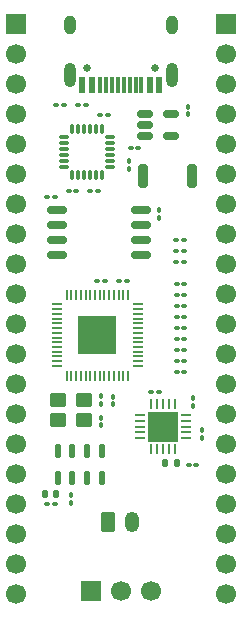
<source format=gbr>
%TF.GenerationSoftware,KiCad,Pcbnew,9.0.6*%
%TF.CreationDate,2026-01-01T23:14:18-05:00*%
%TF.ProjectId,rp2040 better,72703230-3430-4206-9265-747465722e6b,rev?*%
%TF.SameCoordinates,Original*%
%TF.FileFunction,Soldermask,Top*%
%TF.FilePolarity,Negative*%
%FSLAX46Y46*%
G04 Gerber Fmt 4.6, Leading zero omitted, Abs format (unit mm)*
G04 Created by KiCad (PCBNEW 9.0.6) date 2026-01-01 23:14:18*
%MOMM*%
%LPD*%
G01*
G04 APERTURE LIST*
G04 Aperture macros list*
%AMRoundRect*
0 Rectangle with rounded corners*
0 $1 Rounding radius*
0 $2 $3 $4 $5 $6 $7 $8 $9 X,Y pos of 4 corners*
0 Add a 4 corners polygon primitive as box body*
4,1,4,$2,$3,$4,$5,$6,$7,$8,$9,$2,$3,0*
0 Add four circle primitives for the rounded corners*
1,1,$1+$1,$2,$3*
1,1,$1+$1,$4,$5*
1,1,$1+$1,$6,$7*
1,1,$1+$1,$8,$9*
0 Add four rect primitives between the rounded corners*
20,1,$1+$1,$2,$3,$4,$5,0*
20,1,$1+$1,$4,$5,$6,$7,0*
20,1,$1+$1,$6,$7,$8,$9,0*
20,1,$1+$1,$8,$9,$2,$3,0*%
G04 Aperture macros list end*
%ADD10RoundRect,0.062500X-0.350000X-0.062500X0.350000X-0.062500X0.350000X0.062500X-0.350000X0.062500X0*%
%ADD11RoundRect,0.062500X-0.062500X-0.350000X0.062500X-0.350000X0.062500X0.350000X-0.062500X0.350000X0*%
%ADD12R,2.500000X2.500000*%
%ADD13RoundRect,0.140000X-0.140000X-0.170000X0.140000X-0.170000X0.140000X0.170000X-0.140000X0.170000X0*%
%ADD14RoundRect,0.100000X-0.130000X-0.100000X0.130000X-0.100000X0.130000X0.100000X-0.130000X0.100000X0*%
%ADD15RoundRect,0.100000X0.100000X-0.130000X0.100000X0.130000X-0.100000X0.130000X-0.100000X-0.130000X0*%
%ADD16RoundRect,0.100000X0.130000X0.100000X-0.130000X0.100000X-0.130000X-0.100000X0.130000X-0.100000X0*%
%ADD17RoundRect,0.100000X-0.100000X0.130000X-0.100000X-0.130000X0.100000X-0.130000X0.100000X0.130000X0*%
%ADD18O,1.000000X1.600000*%
%ADD19O,1.000000X2.100000*%
%ADD20R,0.600000X1.450000*%
%ADD21R,0.300000X1.450000*%
%ADD22C,0.650000*%
%ADD23R,3.200000X3.200000*%
%ADD24RoundRect,0.050000X-0.050000X-0.387500X0.050000X-0.387500X0.050000X0.387500X-0.050000X0.387500X0*%
%ADD25RoundRect,0.050000X-0.387500X-0.050000X0.387500X-0.050000X0.387500X0.050000X-0.387500X0.050000X0*%
%ADD26C,1.700000*%
%ADD27R,1.700000X1.700000*%
%ADD28O,1.200000X1.750000*%
%ADD29RoundRect,0.250000X-0.350000X-0.625000X0.350000X-0.625000X0.350000X0.625000X-0.350000X0.625000X0*%
%ADD30RoundRect,0.125000X0.125000X-0.475000X0.125000X0.475000X-0.125000X0.475000X-0.125000X-0.475000X0*%
%ADD31RoundRect,0.200000X0.200000X0.800000X-0.200000X0.800000X-0.200000X-0.800000X0.200000X-0.800000X0*%
%ADD32RoundRect,0.150000X-0.512500X-0.150000X0.512500X-0.150000X0.512500X0.150000X-0.512500X0.150000X0*%
%ADD33RoundRect,0.162500X-0.650000X-0.162500X0.650000X-0.162500X0.650000X0.162500X-0.650000X0.162500X0*%
%ADD34RoundRect,0.250000X0.450000X0.350000X-0.450000X0.350000X-0.450000X-0.350000X0.450000X-0.350000X0*%
%ADD35RoundRect,0.075000X0.075000X-0.350000X0.075000X0.350000X-0.075000X0.350000X-0.075000X-0.350000X0*%
%ADD36RoundRect,0.075000X-0.350000X-0.075000X0.350000X-0.075000X0.350000X0.075000X-0.350000X0.075000X0*%
G04 APERTURE END LIST*
D10*
%TO.C,U4*%
X202362500Y-88437500D03*
X202362500Y-88937500D03*
X202362500Y-89437500D03*
X202362500Y-89937500D03*
X202362500Y-90437500D03*
D11*
X203300000Y-91375000D03*
X203800000Y-91375000D03*
X204300000Y-91375000D03*
X204800000Y-91375000D03*
X205300000Y-91375000D03*
D10*
X206237500Y-90437500D03*
X206237500Y-89937500D03*
X206237500Y-89437500D03*
X206237500Y-88937500D03*
X206237500Y-88437500D03*
D11*
X205300000Y-87500000D03*
X204800000Y-87500000D03*
X204300000Y-87500000D03*
X203800000Y-87500000D03*
X203300000Y-87500000D03*
D12*
X204300000Y-89437500D03*
%TD*%
D13*
%TO.C,C22*%
X194330000Y-95130000D03*
X195290000Y-95130000D03*
%TD*%
%TO.C,C17*%
X204530000Y-92530000D03*
X205490000Y-92530000D03*
%TD*%
D14*
%TO.C,C1*%
X205500000Y-77400000D03*
X206140000Y-77400000D03*
%TD*%
%TO.C,C2*%
X205500000Y-78325000D03*
X206140000Y-78325000D03*
%TD*%
%TO.C,C3*%
X205500000Y-79250000D03*
X206140000Y-79250000D03*
%TD*%
%TO.C,C4*%
X205500000Y-80175000D03*
X206140000Y-80175000D03*
%TD*%
%TO.C,C5*%
X205500000Y-81100000D03*
X206140000Y-81100000D03*
%TD*%
%TO.C,C6*%
X205500000Y-82025000D03*
X206140000Y-82025000D03*
%TD*%
%TO.C,C7*%
X205500000Y-82950000D03*
X206140000Y-82950000D03*
%TD*%
%TO.C,C8*%
X205500000Y-83875000D03*
X206140000Y-83875000D03*
%TD*%
%TO.C,C9*%
X205500000Y-84800000D03*
X206140000Y-84800000D03*
%TD*%
%TO.C,C10*%
X205460000Y-73650000D03*
X206100000Y-73650000D03*
%TD*%
%TO.C,C11*%
X205460000Y-74575000D03*
X206100000Y-74575000D03*
%TD*%
%TO.C,C12*%
X205460000Y-75500000D03*
X206100000Y-75500000D03*
%TD*%
D15*
%TO.C,C13*%
X206425000Y-62995000D03*
X206425000Y-62355000D03*
%TD*%
D16*
%TO.C,C14*%
X202245000Y-65875000D03*
X201605000Y-65875000D03*
%TD*%
D15*
%TO.C,C15*%
X206900000Y-87030000D03*
X206900000Y-87670000D03*
%TD*%
D14*
%TO.C,C16*%
X203945000Y-86475000D03*
X203305000Y-86475000D03*
%TD*%
D15*
%TO.C,C18*%
X199075000Y-87520000D03*
X199075000Y-86880000D03*
%TD*%
D17*
%TO.C,C19*%
X199100000Y-88705000D03*
X199100000Y-89345000D03*
%TD*%
D15*
%TO.C,C20*%
X204025000Y-71745000D03*
X204025000Y-71105000D03*
%TD*%
D14*
%TO.C,C21*%
X194535000Y-95955000D03*
X195175000Y-95955000D03*
%TD*%
D17*
%TO.C,C23*%
X196525000Y-95255000D03*
X196525000Y-95895000D03*
%TD*%
D14*
%TO.C,C24*%
X199005000Y-63075000D03*
X199645000Y-63075000D03*
%TD*%
D16*
%TO.C,C25*%
X198820000Y-69475000D03*
X198180000Y-69475000D03*
%TD*%
D14*
%TO.C,C26*%
X196355000Y-69475000D03*
X196995000Y-69475000D03*
%TD*%
D18*
%TO.C,J1*%
X196430000Y-55450000D03*
D19*
X196430000Y-59630000D03*
D18*
X205070000Y-55450000D03*
D19*
X205070000Y-59630000D03*
D20*
X204000000Y-60545000D03*
X203200000Y-60545000D03*
D21*
X202500000Y-60545000D03*
X201500000Y-60545000D03*
X200000000Y-60545000D03*
X199000000Y-60545000D03*
D20*
X198300000Y-60545000D03*
X197500000Y-60545000D03*
X197500000Y-60545000D03*
X198300000Y-60545000D03*
D21*
X199500000Y-60545000D03*
X200500000Y-60545000D03*
X201000000Y-60545000D03*
X202000000Y-60545000D03*
D20*
X203200000Y-60545000D03*
X204000000Y-60545000D03*
D22*
X197860000Y-59100000D03*
X203640000Y-59100000D03*
%TD*%
D16*
%TO.C,R1*%
X195920000Y-62250000D03*
X195280000Y-62250000D03*
%TD*%
%TO.C,R2*%
X197795000Y-62250000D03*
X197155000Y-62250000D03*
%TD*%
D17*
%TO.C,R3*%
X207600000Y-89730000D03*
X207600000Y-90370000D03*
%TD*%
D16*
%TO.C,R4*%
X207145000Y-92650000D03*
X206505000Y-92650000D03*
%TD*%
%TO.C,R5*%
X199395000Y-77100000D03*
X198755000Y-77100000D03*
%TD*%
%TO.C,R6*%
X201270000Y-77100000D03*
X200630000Y-77100000D03*
%TD*%
D15*
%TO.C,R7*%
X200050000Y-87545000D03*
X200050000Y-86905000D03*
%TD*%
%TO.C,R8*%
X201425000Y-67595000D03*
X201425000Y-66955000D03*
%TD*%
D16*
%TO.C,R9*%
X194505000Y-70025000D03*
X195145000Y-70025000D03*
%TD*%
D23*
%TO.C,U1*%
X198762500Y-81700000D03*
D24*
X196162500Y-78262500D03*
X196562500Y-78262500D03*
X196962500Y-78262500D03*
X197362500Y-78262500D03*
X197762500Y-78262500D03*
X198162500Y-78262500D03*
X198562500Y-78262500D03*
X198962500Y-78262500D03*
X199362500Y-78262500D03*
X199762500Y-78262500D03*
X200162500Y-78262500D03*
X200562500Y-78262500D03*
X200962500Y-78262500D03*
X201362500Y-78262500D03*
D25*
X202200000Y-79100000D03*
X202200000Y-79500000D03*
X202200000Y-79900000D03*
X202200000Y-80300000D03*
X202200000Y-80700000D03*
X202200000Y-81100000D03*
X202200000Y-81500000D03*
X202200000Y-81900000D03*
X202200000Y-82300000D03*
X202200000Y-82700000D03*
X202200000Y-83100000D03*
X202200000Y-83500000D03*
X202200000Y-83900000D03*
X202200000Y-84300000D03*
D24*
X201362500Y-85137500D03*
X200962500Y-85137500D03*
X200562500Y-85137500D03*
X200162500Y-85137500D03*
X199762500Y-85137500D03*
X199362500Y-85137500D03*
X198962500Y-85137500D03*
X198562500Y-85137500D03*
X198162500Y-85137500D03*
X197762500Y-85137500D03*
X197362500Y-85137500D03*
X196962500Y-85137500D03*
X196562500Y-85137500D03*
X196162500Y-85137500D03*
D25*
X195325000Y-84300000D03*
X195325000Y-83900000D03*
X195325000Y-83500000D03*
X195325000Y-83100000D03*
X195325000Y-82700000D03*
X195325000Y-82300000D03*
X195325000Y-81900000D03*
X195325000Y-81500000D03*
X195325000Y-81100000D03*
X195325000Y-80700000D03*
X195325000Y-80300000D03*
X195325000Y-79900000D03*
X195325000Y-79500000D03*
X195325000Y-79100000D03*
%TD*%
D26*
%TO.C,J3*%
X191860000Y-103630000D03*
X191860000Y-101090000D03*
X191860000Y-98550000D03*
X191860000Y-96010000D03*
X191860000Y-93470000D03*
X191860000Y-90930000D03*
X191860000Y-88390000D03*
X191860000Y-85850000D03*
X191860000Y-83310000D03*
X191860000Y-80770000D03*
X191860000Y-78230000D03*
X191860000Y-75690000D03*
X191860000Y-73150000D03*
X191860000Y-70610000D03*
X191860000Y-68070000D03*
X191860000Y-65530000D03*
X191860000Y-62990000D03*
X191860000Y-60450000D03*
X191860000Y-57910000D03*
D27*
X191860000Y-55370000D03*
%TD*%
D26*
%TO.C,J4*%
X209640000Y-103630000D03*
X209640000Y-101090000D03*
X209640000Y-98550000D03*
X209640000Y-96010000D03*
X209640000Y-93470000D03*
X209640000Y-90930000D03*
X209640000Y-88390000D03*
X209640000Y-85850000D03*
X209640000Y-83310000D03*
X209640000Y-80770000D03*
X209640000Y-78230000D03*
X209640000Y-75690000D03*
X209640000Y-73150000D03*
X209640000Y-70610000D03*
X209640000Y-68070000D03*
X209640000Y-65530000D03*
X209640000Y-62990000D03*
X209640000Y-60450000D03*
X209640000Y-57910000D03*
D27*
X209640000Y-55370000D03*
%TD*%
D28*
%TO.C,J2*%
X201700000Y-97550000D03*
D29*
X199700000Y-97550000D03*
%TD*%
D30*
%TO.C,U3*%
X195400000Y-91500000D03*
X196650000Y-91500000D03*
X197900000Y-91500000D03*
X199150000Y-91500000D03*
X199150000Y-93800000D03*
X197900000Y-93800000D03*
X196650000Y-93800000D03*
X195400000Y-93800000D03*
%TD*%
D31*
%TO.C,SW1*%
X202600000Y-68200000D03*
X206800000Y-68200000D03*
%TD*%
D32*
%TO.C,U5*%
X205037500Y-62950000D03*
X205037500Y-64850000D03*
X202762500Y-64850000D03*
X202762500Y-63900000D03*
X202762500Y-62950000D03*
%TD*%
D26*
%TO.C,J5*%
X203290000Y-103390000D03*
X200750000Y-103390000D03*
D27*
X198210000Y-103390000D03*
%TD*%
D33*
%TO.C,U6*%
X202487500Y-71095000D03*
X202487500Y-72365000D03*
X202487500Y-73635000D03*
X202487500Y-74905000D03*
X195312500Y-74905000D03*
X195312500Y-73635000D03*
X195312500Y-72365000D03*
X195312500Y-71095000D03*
%TD*%
D34*
%TO.C,Y1*%
X197600000Y-88900000D03*
X195400000Y-88900000D03*
X195400000Y-87200000D03*
X197600000Y-87200000D03*
%TD*%
D35*
%TO.C,U2*%
X196650000Y-64250000D03*
X197150000Y-64250000D03*
X197650000Y-64250000D03*
X198150000Y-64250000D03*
X198650000Y-64250000D03*
X199150000Y-64250000D03*
D36*
X199850000Y-64950000D03*
X199850000Y-65450000D03*
X199850000Y-65950000D03*
X199850000Y-66450000D03*
X199850000Y-66950000D03*
X199850000Y-67450000D03*
D35*
X199150000Y-68150000D03*
X198650000Y-68150000D03*
X198150000Y-68150000D03*
X197650000Y-68150000D03*
X197150000Y-68150000D03*
X196650000Y-68150000D03*
D36*
X195950000Y-67450000D03*
X195950000Y-66950000D03*
X195950000Y-66450000D03*
X195950000Y-65950000D03*
X195950000Y-65450000D03*
X195950000Y-64950000D03*
%TD*%
M02*

</source>
